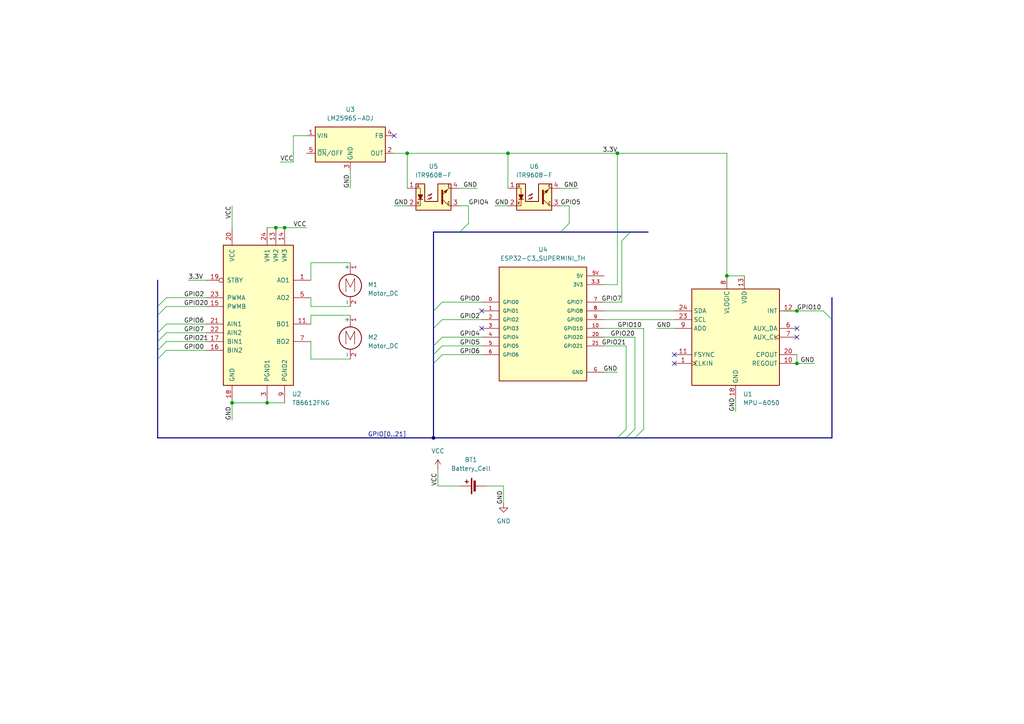
<source format=kicad_sch>
(kicad_sch (version 20250114) (generator "eeschema") (generator_version "9.0")
  (paper "A4")
  (title_block (title "Self Balancing Robot") (rev "Rev1"))
  (lib_symbols
    (symbol "Device:Battery_Cell" (pin_numbers (hide yes)) (pin_names (offset 0) (hide yes))
      (property "Reference" "BT" (at 2.54 2.54 0))
      (property "Value" "Battery_Cell" (at 2.54 0 0))
      (symbol "Battery_Cell_0_1"
        (rectangle (start -2.286 1.778) (end 2.286 1.524) (fill (type outline)))
        (rectangle (start -1.524 1.016) (end 1.524 0.508) (fill (type outline)))
        (polyline (pts (xy 0 1.778) (xy 0 2.54)))
        (polyline (pts (xy 0 0.762) (xy 0 0)))
        (polyline (pts (xy 0.762 3.048) (xy 1.778 3.048)) (stroke (width 0.254)))
        (polyline (pts (xy 1.27 3.556) (xy 1.27 2.54)) (stroke (width 0.254)))
      )
      (symbol "Battery_Cell_1_1"
        (pin passive line (at 0 5.08 270) (length 2.54) (name "+") (number "1"))
        (pin passive line (at 0 -2.54 90) (length 2.54) (name "-") (number "2"))
      )
    )
    (symbol "Driver_Motor:TB6612FNG" (pin_names (offset 1.016))
      (property "Reference" "U" (at 11.43 17.78 0))
      (property "Value" "TB6612FNG" (at 11.43 15.24 0))
      (symbol "TB6612FNG_0_1"
        (rectangle (start -10.16 20.32) (end 10.16 -20.32) (stroke (width 0.254)) (fill (type background)))
      )
      (symbol "TB6612FNG_1_1"
        (pin input inverted (at -15.24 10.16 0) (length 5.08) (name "STBY") (number "19"))
        (pin input line (at -15.24 5.08 0) (length 5.08) (name "PWMA") (number "23"))
        (pin input line (at -15.24 2.54 0) (length 5.08) (name "PWMB") (number "15"))
        (pin input line (at -15.24 -2.54 0) (length 5.08) (name "AIN1") (number "21"))
        (pin input line (at -15.24 -5.08 0) (length 5.08) (name "AIN2") (number "22"))
        (pin input line (at -15.24 -7.62 0) (length 5.08) (name "BIN1") (number "17"))
        (pin input line (at -15.24 -10.16 0) (length 5.08) (name "BIN2") (number "16"))
        (pin power_in line (at -7.62 25.4 270) (length 5.08) (name "VCC") (number "20"))
        (pin power_in line (at -7.62 -25.4 90) (length 5.08) (name "GND") (number "18"))
        (pin power_in line (at 2.54 25.4 270) (length 5.08) (name "VM1") (number "24"))
        (pin power_in line (at 2.54 -25.4 90) (length 5.08) (name "PGND1") (number "3"))
        (pin passive line (at 2.54 -25.4 90) (length 5.08) (hide yes) (name "PGND1") (number "4"))
        (pin power_in line (at 5.08 25.4 270) (length 5.08) (name "VM2") (number "13"))
        (pin power_in line (at 7.62 25.4 270) (length 5.08) (name "VM3") (number "14"))
        (pin passive line (at 7.62 -25.4 90) (length 5.08) (hide yes) (name "PGND2") (number "10"))
        (pin power_in line (at 7.62 -25.4 90) (length 5.08) (name "PGND2") (number "9"))
        (pin output line (at 15.24 10.16 180) (length 5.08) (name "AO1") (number "1"))
        (pin passive line (at 15.24 10.16 180) (length 5.08) (hide yes) (name "AO1") (number "2"))
        (pin output line (at 15.24 5.08 180) (length 5.08) (name "AO2") (number "5"))
        (pin passive line (at 15.24 5.08 180) (length 5.08) (hide yes) (name "AO2") (number "6"))
        (pin output line (at 15.24 -2.54 180) (length 5.08) (name "BO1") (number "11"))
        (pin passive line (at 15.24 -2.54 180) (length 5.08) (hide yes) (name "BO1") (number "12"))
        (pin output line (at 15.24 -7.62 180) (length 5.08) (name "BO2") (number "7"))
        (pin passive line (at 15.24 -7.62 180) (length 5.08) (hide yes) (name "BO2") (number "8"))
      )
    )
    (symbol "ESP32-C3_SUPERMINI_TH:ESP32-C3_SUPERMINI_TH" (pin_names (offset 1.016))
      (property "Reference" "U" (at -12.7 16.002 0))
      (property "Value" "ESP32-C3_SUPERMINI_TH" (at -12.7 -20.32 0))
      (symbol "ESP32-C3_SUPERMINI_TH_0_0"
        (rectangle (start -12.7 -17.78) (end 12.7 15.24) (stroke (width 0.254)) (fill (type background)))
        (pin bidirectional line (at -17.78 5.08 0) (length 5.08) (name "GPIO0") (number "0"))
        (pin bidirectional line (at -17.78 2.54 0) (length 5.08) (name "GPIO1") (number "1"))
        (pin bidirectional line (at -17.78 0 0) (length 5.08) (name "GPIO2") (number "2"))
        (pin bidirectional line (at -17.78 -2.54 0) (length 5.08) (name "GPIO3") (number "3"))
        (pin bidirectional line (at -17.78 -5.08 0) (length 5.08) (name "GPIO4") (number "4"))
        (pin bidirectional line (at -17.78 -7.62 0) (length 5.08) (name "GPIO5") (number "5"))
        (pin bidirectional line (at -17.78 -10.16 0) (length 5.08) (name "GPIO6") (number "6"))
        (pin power_in line (at 17.78 12.7 180) (length 5.08) (name "5V") (number "5V"))
        (pin power_in line (at 17.78 10.16 180) (length 5.08) (name "3V3") (number "3.3"))
        (pin bidirectional line (at 17.78 5.08 180) (length 5.08) (name "GPIO7") (number "7"))
        (pin bidirectional line (at 17.78 2.54 180) (length 5.08) (name "GPIO8") (number "8"))
        (pin bidirectional line (at 17.78 0 180) (length 5.08) (name "GPIO9") (number "9"))
        (pin bidirectional line (at 17.78 -2.54 180) (length 5.08) (name "GPIO10") (number "10"))
        (pin bidirectional line (at 17.78 -5.08 180) (length 5.08) (name "GPIO20") (number "20"))
        (pin bidirectional line (at 17.78 -7.62 180) (length 5.08) (name "GPIO21") (number "21"))
        (pin power_in line (at 17.78 -15.24 180) (length 5.08) (name "GND") (number "G"))
      )
    )
    (symbol "Motor:Motor_DC" (pin_names (offset 0))
      (property "Reference" "M" (at 2.54 2.54 0))
      (property "Value" "Motor_DC" (at 2.54 -5.08 0))
      (symbol "Motor_DC_0_0"
        (polyline (pts (xy -1.27 -3.302) (xy -1.27 0.508) (xy 0 -2.032) (xy 1.27 0.508) (xy 1.27 -3.302)))
      )
      (symbol "Motor_DC_0_1"
        (polyline (pts (xy 0 2.032) (xy 0 2.54)))
        (polyline (pts (xy 0 1.7272) (xy 0 2.0828)))
        (circle (center 0 -1.524) (radius 3.2512) (stroke (width 0.254)))
        (polyline (pts (xy 0 -4.7752) (xy 0 -5.1816)))
        (polyline (pts (xy 0 -7.62) (xy 0 -7.112)))
      )
      (symbol "Motor_DC_1_1"
        (pin passive line (at 0 5.08 270) (length 2.54) (name "+") (number "1"))
        (pin passive line (at 0 -7.62 90) (length 2.54) (name "-") (number "2"))
      )
    )
    (symbol "Regulator_Switching:LM2596S-ADJ"
      (property "Reference" "U" (at -10.16 6.35 0))
      (property "Value" "LM2596S-ADJ" (at 0 6.35 0))
      (symbol "LM2596S-ADJ_0_1"
        (rectangle (start -10.16 5.08) (end 10.16 -5.08) (stroke (width 0.254)) (fill (type background)))
      )
      (symbol "LM2596S-ADJ_1_1"
        (pin power_in line (at -12.7 2.54 0) (length 2.54) (name "VIN") (number "1"))
        (pin input line (at -12.7 -2.54 0) (length 2.54) (name "~{ON}/OFF") (number "5"))
        (pin power_in line (at 0 -7.62 90) (length 2.54) (name "GND") (number "3"))
        (pin input line (at 12.7 2.54 180) (length 2.54) (name "FB") (number "4"))
        (pin output line (at 12.7 -2.54 180) (length 2.54) (name "OUT") (number "2"))
      )
    )
    (symbol "Sensor_Motion:MPU-6050"
      (property "Reference" "U" (at -11.43 13.97 0))
      (property "Value" "MPU-6050" (at 7.62 -15.24 0))
      (symbol "MPU-6050_0_0"
        (text "" (at 12.7 -2.54 0) (effects (font (size 1.27 1.27))))
      )
      (symbol "MPU-6050_0_1"
        (rectangle (start -12.7 13.97) (end 12.7 -13.97) (stroke (width 0.254)) (fill (type background)))
      )
      (symbol "MPU-6050_1_1"
        (pin bidirectional line (at -17.78 7.62 0) (length 5.08) (name "SDA") (number "24"))
        (pin input line (at -17.78 5.08 0) (length 5.08) (name "SCL") (number "23"))
        (pin input line (at -17.78 2.54 0) (length 5.08) (name "AD0") (number "9"))
        (pin input line (at -17.78 -5.08 0) (length 5.08) (name "FSYNC") (number "11"))
        (pin input clock (at -17.78 -7.62 0) (length 5.08) (name "CLKIN") (number "1"))
        (pin no_connect line (at -12.7 12.7 0) (length 2.54) (hide yes) (name "NC") (number "2"))
        (pin no_connect line (at -12.7 10.16 0) (length 2.54) (hide yes) (name "NC") (number "3"))
        (pin no_connect line (at -12.7 0 0) (length 2.54) (hide yes) (name "NC") (number "4"))
        (pin no_connect line (at -12.7 -2.54 0) (length 2.54) (hide yes) (name "NC") (number "5"))
        (pin no_connect line (at -12.7 -10.16 0) (length 2.54) (hide yes) (name "NC") (number "14"))
        (pin power_in line (at -2.54 17.78 270) (length 3.81) (name "VLOGIC") (number "8"))
        (pin power_in line (at 0 -17.78 90) (length 3.81) (name "GND") (number "18"))
        (pin power_in line (at 2.54 17.78 270) (length 3.81) (name "VDD") (number "13"))
        (pin no_connect line (at 12.7 12.7 180) (length 2.54) (hide yes) (name "NC") (number "15"))
        (pin no_connect line (at 12.7 10.16 180) (length 2.54) (hide yes) (name "NC") (number "16"))
        (pin no_connect line (at 12.7 5.08 180) (length 2.54) (hide yes) (name "NC") (number "17"))
        (pin no_connect line (at 12.7 -2.54 180) (length 2.54) (hide yes) (name "RESV") (number "21"))
        (pin no_connect line (at 12.7 -10.16 180) (length 2.54) (hide yes) (name "RESV") (number "19"))
        (pin no_connect line (at 12.7 -12.7 180) (length 2.54) (hide yes) (name "RESV") (number "22"))
        (pin output line (at 17.78 7.62 180) (length 5.08) (name "INT") (number "12"))
        (pin bidirectional line (at 17.78 2.54 180) (length 5.08) (name "AUX_DA") (number "6"))
        (pin output clock (at 17.78 0 180) (length 5.08) (name "AUX_CL") (number "7"))
        (pin passive line (at 17.78 -5.08 180) (length 5.08) (name "CPOUT") (number "20"))
        (pin passive line (at 17.78 -7.62 180) (length 5.08) (name "REGOUT") (number "10"))
      )
    )
    (symbol "Sensor_Proximity:ITR9608-F"
      (property "Reference" "U" (at -5.08 5.08 0))
      (property "Value" "ITR9608-F" (at 0 -5.08 0))
      (symbol "ITR9608-F_0_0"
        (text "A" (at -4.445 3.175 0) (effects (font (size 0.762 0.762))))
        (text "K" (at -4.445 -1.778 0) (effects (font (size 0.762 0.762))))
        (text "E" (at 4.445 3.175 0) (effects (font (size 0.762 0.762))))
        (text "C" (at 4.445 -1.778 0) (effects (font (size 0.762 0.762))))
      )
      (symbol "ITR9608-F_0_1"
        (polyline (pts (xy -5.08 3.81) (xy -5.08 -3.81) (xy 5.08 -3.81) (xy 5.08 3.81) (xy 1.27 3.81) (xy 1.27 -1.27) (xy -2.54 -1.27) (xy -2.54 3.81) (xy -5.08 3.81)) (stroke (width 0.254)) (fill (type background)))
        (polyline (pts (xy -5.08 2.54) (xy -3.81 2.54) (xy -3.81 0.635)))
        (polyline (pts (xy -5.08 -2.54) (xy -3.81 -2.54) (xy -3.81 -0.635)))
        (polyline (pts (xy -4.445 -0.635) (xy -3.175 -0.635)) (stroke (width 0.254)))
        (polyline (pts (xy -3.81 -0.635) (xy -4.445 0.635) (xy -3.175 0.635) (xy -3.81 -0.635)) (stroke (width 0.254)) (fill (type outline)))
        (polyline (pts (xy -1.778 0.254) (xy -1.2446 0.762) (xy -1.2446 0.254) (xy -0.4826 1.016)))
        (polyline (pts (xy -1.778 -0.762) (xy -1.2446 -0.254) (xy -1.2446 -0.762) (xy -0.4826 0) (xy -0.9906 -0.254) (xy -0.7366 -0.508) (xy -0.4826 0)))
        (polyline (pts (xy -0.4826 1.016) (xy -0.9906 0.762) (xy -0.7366 0.508) (xy -0.4826 1.016)))
        (polyline (pts (xy 2.54 -0.635) (xy 4.445 -2.54)))
        (polyline (pts (xy 2.54 -1.905) (xy 2.54 1.905) (xy 2.54 1.905)) (stroke (width 0.508)))
        (polyline (pts (xy 3.048 1.651) (xy 3.556 1.143) (xy 4.064 2.159) (xy 3.048 1.651) (xy 3.048 1.651)) (fill (type outline)))
        (polyline (pts (xy 4.445 2.54) (xy 2.54 0.635)) (fill (type outline)))
        (polyline (pts (xy 4.445 2.54) (xy 5.08 2.54)))
        (polyline (pts (xy 4.445 -2.54) (xy 5.08 -2.54)))
      )
      (symbol "ITR9608-F_1_1"
        (pin passive line (at -7.62 2.54 0) (length 2.54) (name "~") (number "1"))
        (pin passive line (at -7.62 -2.54 0) (length 2.54) (name "~") (number "2"))
        (pin open_emitter line (at 7.62 2.54 180) (length 2.54) (name "~") (number "4"))
        (pin open_collector line (at 7.62 -2.54 180) (length 2.54) (name "~") (number "3"))
      )
    )
    (symbol "power:GND" (power) (pin_numbers (hide yes)) (pin_names (offset 0) (hide yes))
      (property "Value" "GND" (at 0 -3.81 0))
      (symbol "GND_0_1"
        (polyline (pts (xy 0 0) (xy 0 -1.27) (xy 1.27 -1.27) (xy 0 -2.54) (xy -1.27 -1.27) (xy 0 -1.27)))
      )
      (symbol "GND_1_1"
        (pin power_in line (at 0 0 270) (length 0) (name "~") (number "1"))
      )
    )
    (symbol "power:VCC" (power) (pin_numbers (hide yes)) (pin_names (offset 0) (hide yes))
      (property "Value" "VCC" (at 0 3.556 0))
      (symbol "VCC_0_1"
        (polyline (pts (xy -0.762 1.27) (xy 0 2.54)))
        (polyline (pts (xy 0 2.54) (xy 0.762 1.27)))
        (polyline (pts (xy 0 0) (xy 0 2.54)))
      )
      (symbol "VCC_1_1"
        (pin power_in line (at 0 0 90) (length 0) (name "~") (number "1"))
      )
    )
  )
  (junction (at 67.31 116.84))
  (junction (at 231.14 105.41))
  (junction (at 231.14 90.17))
  (junction (at 77.47 116.84))
  (junction (at 80.01 66.04))
  (junction (at 179.07 44.45))
  (junction (at 210.82 80.01))
  (junction (at 118.11 44.45))
  (junction (at 147.32 44.45))
  (junction (at 125.73 127))
  (junction (at 82.55 66.04))
  (no_connect (at 195.58 102.87))
  (no_connect (at 139.7 90.17))
  (no_connect (at 139.7 95.25))
  (no_connect (at 231.14 97.79))
  (no_connect (at 114.3 39.37))
  (no_connect (at 231.14 95.25))
  (no_connect (at 195.58 105.41))
  (bus_entry (at 45.72 88.9) (size 2.54 -2.54))
  (bus_entry (at 179.07 127) (size 2.54 -2.54))
  (bus_entry (at 125.73 102.87) (size 2.54 -2.54))
  (bus_entry (at 181.61 127) (size 2.54 -2.54))
  (bus_entry (at 45.72 104.14) (size 2.54 -2.54))
  (bus_entry (at 184.15 127) (size 2.54 -2.54))
  (bus_entry (at 125.73 95.25) (size 2.54 -2.54))
  (bus_entry (at 182.88 67.31) (size -2.54 2.54))
  (bus_entry (at 125.73 90.17) (size 2.54 -2.54))
  (bus_entry (at 125.73 100.33) (size 2.54 -2.54))
  (bus_entry (at 45.72 99.06) (size 2.54 -2.54))
  (bus_entry (at 45.72 91.44) (size 2.54 -2.54))
  (bus_entry (at 241.3 92.71) (size -2.54 -2.54))
  (bus_entry (at 133.35 67.31) (size 2.54 -2.54))
  (bus_entry (at 45.72 96.52) (size 2.54 -2.54))
  (bus_entry (at 45.72 101.6) (size 2.54 -2.54))
  (bus_entry (at 125.73 105.41) (size 2.54 -2.54))
  (bus_entry (at 162.56 67.31) (size 2.54 -2.54))
  (bus (pts (xy 45.72 104.14) (xy 45.72 127)))
  (wire (pts (xy 210.82 80.01) (xy 215.9 80.01)))
  (wire (pts (xy 165.1 59.69) (xy 162.56 59.69)))
  (wire (pts (xy 140.97 140.97) (xy 146.05 140.97)))
  (wire (pts (xy 90.17 91.44) (xy 101.6 91.44)))
  (wire (pts (xy 147.32 44.45) (xy 179.07 44.45)))
  (wire (pts (xy 48.26 101.6) (xy 59.69 101.6)))
  (wire (pts (xy 133.35 54.61) (xy 138.43 54.61)))
  (wire (pts (xy 77.47 66.04) (xy 80.01 66.04)))
  (wire (pts (xy 48.26 93.98) (xy 59.69 93.98)))
  (bus (pts (xy 45.72 88.9) (xy 45.72 91.44)))
  (bus (pts (xy 45.72 91.44) (xy 45.72 96.52)))
  (bus (pts (xy 125.73 100.33) (xy 125.73 102.87)))
  (wire (pts (xy 114.3 59.69) (xy 118.11 59.69)))
  (wire (pts (xy 90.17 88.9) (xy 101.6 88.9)))
  (wire (pts (xy 231.14 102.87) (xy 231.14 105.41)))
  (wire (pts (xy 114.3 44.45) (xy 118.11 44.45)))
  (wire (pts (xy 48.26 99.06) (xy 59.69 99.06)))
  (wire (pts (xy 179.07 44.45) (xy 210.82 44.45)))
  (bus (pts (xy 45.72 99.06) (xy 45.72 101.6)))
  (wire (pts (xy 85.09 39.37) (xy 88.9 39.37)))
  (wire (pts (xy 127 140.97) (xy 133.35 140.97)))
  (wire (pts (xy 179.07 82.55) (xy 175.26 82.55)))
  (bus (pts (xy 125.73 90.17) (xy 125.73 95.25)))
  (wire (pts (xy 231.14 90.17) (xy 238.76 90.17)))
  (wire (pts (xy 90.17 99.06) (xy 90.17 104.14)))
  (bus (pts (xy 162.56 67.31) (xy 182.88 67.31)))
  (bus (pts (xy 125.73 127) (xy 179.07 127)))
  (wire (pts (xy 118.11 44.45) (xy 147.32 44.45)))
  (wire (pts (xy 90.17 104.14) (xy 101.6 104.14)))
  (bus (pts (xy 45.72 101.6) (xy 45.72 104.14)))
  (bus (pts (xy 125.73 105.41) (xy 125.73 127)))
  (wire (pts (xy 213.36 115.57) (xy 213.36 119.38)))
  (bus (pts (xy 241.3 86.36) (xy 241.3 92.71)))
  (wire (pts (xy 101.6 49.53) (xy 101.6 54.61)))
  (wire (pts (xy 85.09 46.99) (xy 81.28 46.99)))
  (wire (pts (xy 48.26 88.9) (xy 59.69 88.9)))
  (bus (pts (xy 125.73 95.25) (xy 125.73 100.33)))
  (wire (pts (xy 179.07 44.45) (xy 179.07 82.55)))
  (bus (pts (xy 45.72 96.52) (xy 45.72 99.06)))
  (wire (pts (xy 175.26 100.33) (xy 181.61 100.33)))
  (wire (pts (xy 90.17 86.36) (xy 90.17 88.9)))
  (wire (pts (xy 135.89 64.77) (xy 135.89 59.69)))
  (wire (pts (xy 90.17 81.28) (xy 90.17 76.2)))
  (bus (pts (xy 133.35 67.31) (xy 162.56 67.31)))
  (wire (pts (xy 127 135.89) (xy 127 140.97)))
  (bus (pts (xy 182.88 67.31) (xy 187.96 67.31)))
  (wire (pts (xy 67.31 116.84) (xy 77.47 116.84)))
  (wire (pts (xy 175.26 95.25) (xy 186.69 95.25)))
  (wire (pts (xy 128.27 100.33) (xy 139.7 100.33)))
  (wire (pts (xy 147.32 44.45) (xy 147.32 54.61)))
  (wire (pts (xy 48.26 96.52) (xy 59.69 96.52)))
  (wire (pts (xy 90.17 76.2) (xy 101.6 76.2)))
  (wire (pts (xy 210.82 44.45) (xy 210.82 80.01)))
  (wire (pts (xy 175.26 87.63) (xy 180.34 87.63)))
  (wire (pts (xy 180.34 69.85) (xy 180.34 87.63)))
  (bus (pts (xy 125.73 67.31) (xy 125.73 90.17)))
  (wire (pts (xy 186.69 95.25) (xy 186.69 124.46)))
  (bus (pts (xy 45.72 81.28) (xy 45.72 88.9)))
  (wire (pts (xy 146.05 140.97) (xy 146.05 146.05)))
  (wire (pts (xy 48.26 86.36) (xy 59.69 86.36)))
  (bus (pts (xy 181.61 127) (xy 184.15 127)))
  (wire (pts (xy 77.47 116.84) (xy 82.55 116.84)))
  (wire (pts (xy 128.27 87.63) (xy 139.7 87.63)))
  (wire (pts (xy 128.27 92.71) (xy 139.7 92.71)))
  (wire (pts (xy 181.61 124.46) (xy 181.61 100.33)))
  (wire (pts (xy 175.26 97.79) (xy 184.15 97.79)))
  (wire (pts (xy 90.17 93.98) (xy 90.17 91.44)))
  (wire (pts (xy 231.14 105.41) (xy 236.22 105.41)))
  (wire (pts (xy 231.14 90.17) (xy 227.33 90.17)))
  (wire (pts (xy 175.26 107.95) (xy 179.07 107.95)))
  (bus (pts (xy 125.73 67.31) (xy 133.35 67.31)))
  (wire (pts (xy 54.61 81.28) (xy 59.69 81.28)))
  (bus (pts (xy 179.07 127) (xy 181.61 127)))
  (wire (pts (xy 143.51 59.69) (xy 147.32 59.69)))
  (wire (pts (xy 82.55 66.04) (xy 88.9 66.04)))
  (wire (pts (xy 175.26 90.17) (xy 195.58 90.17)))
  (bus (pts (xy 241.3 92.71) (xy 241.3 127)))
  (wire (pts (xy 128.27 97.79) (xy 139.7 97.79)))
  (wire (pts (xy 67.31 59.69) (xy 67.31 66.04)))
  (bus (pts (xy 184.15 127) (xy 241.3 127)))
  (wire (pts (xy 85.09 39.37) (xy 85.09 46.99)))
  (wire (pts (xy 165.1 64.77) (xy 165.1 59.69)))
  (wire (pts (xy 118.11 44.45) (xy 118.11 54.61)))
  (wire (pts (xy 67.31 116.84) (xy 67.31 121.92)))
  (wire (pts (xy 175.26 92.71) (xy 195.58 92.71)))
  (bus (pts (xy 125.73 102.87) (xy 125.73 105.41)))
  (bus (pts (xy 125.73 127) (xy 45.72 127)))
  (wire (pts (xy 184.15 124.46) (xy 184.15 97.79)))
  (wire (pts (xy 128.27 102.87) (xy 139.7 102.87)))
  (wire (pts (xy 190.5 95.25) (xy 195.58 95.25)))
  (wire (pts (xy 133.35 59.69) (xy 135.89 59.69)))
  (wire (pts (xy 162.56 54.61) (xy 167.64 54.61)))
  (wire (pts (xy 82.55 66.04) (xy 80.01 66.04)))
  (label "GND" (at 190.5 95.25 0))
  (label "GPIO2" (at 133.35 92.71 0))
  (label "GND" (at 114.3 59.69 0))
  (label "GND" (at 67.31 121.92 90))
  (label "VCC" (at 88.9 66.04 180))
  (label "GPIO4" (at 135.89 59.69 0))
  (label "VCC" (at 81.28 46.99 0))
  (label "GPIO5" (at 162.56 59.69 0))
  (label "GPIO5" (at 133.35 100.33 0))
  (label "GPIO6" (at 133.35 102.87 0))
  (label "GND" (at 101.6 54.61 90))
  (label "GPIO10" (at 179.07 95.25 0))
  (label "VCC" (at 67.31 59.69 270))
  (label "GPIO6" (at 53.34 93.98 0))
  (label "GND" (at 179.07 107.95 180))
  (label "GPIO7" (at 53.34 96.52 0))
  (label "GPIO0" (at 133.35 87.63 0))
  (label "GPIO21" (at 53.34 99.06 0))
  (label "GPIO20" (at 184.15 97.79 180))
  (label "GND" (at 138.43 54.61 180))
  (label "GPIO20" (at 53.34 88.9 0))
  (label "VCC" (at 127 140.97 90))
  (label "3.3V" (at 179.07 44.45 180))
  (label "GND" (at 236.22 105.41 180))
  (label "GPIO0" (at 53.34 101.6 0))
  (label "GND" (at 146.05 142.24 270))
  (label "3.3V" (at 54.61 81.28 0))
  (label "GPIO4" (at 133.35 97.79 0))
  (label "GPIO21" (at 181.61 100.33 180))
  (label "GPIO10" (at 231.14 90.17 0))
  (label "GPIO7" (at 180.34 87.63 180))
  (label "GPIO2" (at 53.34 86.36 0))
  (label "GND" (at 167.64 54.61 180))
  (label "GND" (at 213.36 119.38 90))
  (label "GND" (at 143.51 59.69 0))
  (label "GPIO[0..21]" (at 106.68 127 0))
  (symbol (lib_id "Sensor_Proximity:ITR9608-F") (at 154.94 57.15 0) (unit 1)
    (property "Reference" "U6" (at 154.94 48.26 0))
    (property "Value" "ITR9608-F" (at 154.94 50.8 0))
    (property "Footprint" "OptoDevice:Everlight_ITR9608-F" (effects (hide yes)))
    (property "Datasheet" "https://www.everlighteurope.com/custom/files/datasheets/DRX-0000076.pdf" (effects (hide yes)))
    (property "Description" "Photointerrupter infrared LED with photo IC, -25 to +85 degree Celsius" (effects (hide yes)))
  )
  (symbol (lib_id "Driver_Motor:TB6612FNG") (at 74.93 91.44 0) (unit 1)
    (property "Reference" "U2" (at 84.6933 114.3 0) (effects (justify left)))
    (property "Value" "TB6612FNG" (at 84.6933 116.84 0) (effects (justify left)))
    (property "Footprint" "Package_SO:SSOP-24_5.3x8.2mm_P0.65mm" (effects (hide yes)))
    (property "Datasheet" "https://toshiba.semicon-storage.com/us/product/linear/motordriver/detail.TB6612FNG.html" (effects (hide yes)))
    (property "Description" "Driver IC for Dual DC motor, SSOP-24" (effects (hide yes)))
  )
  (symbol (lib_id "power:VCC") (at 127 135.89 0) (unit 1)
    (property "Reference" "#PWR02" (effects (hide yes)))
    (property "Value" "VCC" (at 127 130.81 0))
    (property "Description" "Power symbol creates a global label with name \"VCC\"" (effects (hide yes)))
  )
  (symbol (lib_id "Sensor_Motion:MPU-6050") (at 213.36 97.79 0) (unit 1)
    (property "Reference" "U1" (at 215.5033 114.3 0) (effects (justify left)))
    (property "Value" "MPU-6050" (at 215.5033 116.84 0) (effects (justify left)))
    (property "Footprint" "Sensor_Motion:InvenSense_QFN-24_4x4mm_P0.5mm" (effects (hide yes)))
    (property "Datasheet" "https://invensense.tdk.com/wp-content/uploads/2015/02/MPU-6000-Datasheet1.pdf" (effects (hide yes)))
    (property "Description" "InvenSense 6-Axis Motion Sensor, Gyroscope, Accelerometer, I2C" (effects (hide yes)))
  )
  (symbol (lib_id "Motor:Motor_DC") (at 101.6 96.52 0) (unit 1)
    (property "Reference" "M2" (at 106.68 97.7899 0) (effects (justify left)))
    (property "Value" "Motor_DC" (at 106.68 100.3299 0) (effects (justify left)))
    (property "Description" "DC Motor" (effects (hide yes)))
  )
  (symbol (lib_id "Device:Battery_Cell") (at 138.43 140.97 90) (unit 1)
    (property "Reference" "BT1" (at 136.5885 133.35 90))
    (property "Value" "Battery_Cell" (at 136.5885 135.89 90))
    (property "Description" "Single-cell battery" (effects (hide yes)))
  )
  (symbol (lib_id "ESP32-C3_SUPERMINI_TH:ESP32-C3_SUPERMINI_TH") (at 157.48 92.71 0) (unit 1)
    (property "Reference" "U4" (at 157.48 72.39 0))
    (property "Value" "ESP32-C3_SUPERMINI_TH" (at 157.48 74.93 0))
    (property "Footprint" "ESP32-C3_SUPERMINI_TH:MODULE_ESP32-C3_SUPERMINI_TH" (effects (hide yes)))
    (property "MF" "Espressif Systems" (effects (hide yes)))
    (property "Description_1" "Super tiny ESP32-C3 board" (effects (hide yes)))
    (property "CREATOR" "DIZAR" (effects (hide yes)))
    (property "Price" "None" (effects (hide yes)))
    (property "Package" "Package" (effects (hide yes)))
    (property "Check_prices" "https://www.snapeda.com/parts/ESP32-C3%20SuperMini_TH/Espressif+Systems/view-part/?ref=eda" (effects (hide yes)))
    (property "STANDARD" "IPC-7351B" (effects (hide yes)))
    (property "SnapEDA_Link" "https://www.snapeda.com/parts/ESP32-C3%20SuperMini_TH/Espressif+Systems/view-part/?ref=snap" (effects (hide yes)))
    (property "MP" "ESP32-C3 SuperMini_TH" (effects (hide yes)))
    (property "Availability" "Not in stock" (effects (hide yes)))
    (property "MANUFACTURER" "Espressif Systems" (effects (hide yes)))
  )
  (symbol (lib_id "Motor:Motor_DC") (at 101.6 81.28 0) (unit 1)
    (property "Reference" "M1" (at 106.68 82.5499 0) (effects (justify left)))
    (property "Value" "Motor_DC" (at 106.68 85.0899 0) (effects (justify left)))
    (property "Description" "DC Motor" (effects (hide yes)))
  )
  (symbol (lib_id "power:GND") (at 146.05 146.05 0) (unit 1)
    (property "Reference" "#PWR01" (effects (hide yes)))
    (property "Value" "GND" (at 146.05 151.13 0))
    (property "Description" "Power symbol creates a global label with name \"GND\" , ground" (effects (hide yes)))
  )
  (symbol (lib_id "Regulator_Switching:LM2596S-ADJ") (at 101.6 41.91 0) (unit 1)
    (property "Reference" "U3" (at 101.6 31.75 0))
    (property "Value" "LM2596S-ADJ" (at 101.6 34.29 0))
    (property "Footprint" "Package_TO_SOT_SMD:TO-263-5_TabPin3" (effects (hide yes)))
    (property "Datasheet" "http://www.ti.com/lit/ds/symlink/lm2596.pdf" (effects (hide yes)))
    (property "Description" "Adjustable 3A Step-Down Voltage Regulator, TO-263" (effects (hide yes)))
  )
  (symbol (lib_id "Sensor_Proximity:ITR9608-F") (at 125.73 57.15 0) (unit 1)
    (property "Reference" "U5" (at 125.73 48.26 0))
    (property "Value" "ITR9608-F" (at 125.73 50.8 0))
    (property "Footprint" "OptoDevice:Everlight_ITR9608-F" (effects (hide yes)))
    (property "Datasheet" "https://www.everlighteurope.com/custom/files/datasheets/DRX-0000076.pdf" (effects (hide yes)))
    (property "Description" "Photointerrupter infrared LED with photo IC, -25 to +85 degree Celsius" (effects (hide yes)))
  )
)
</source>
